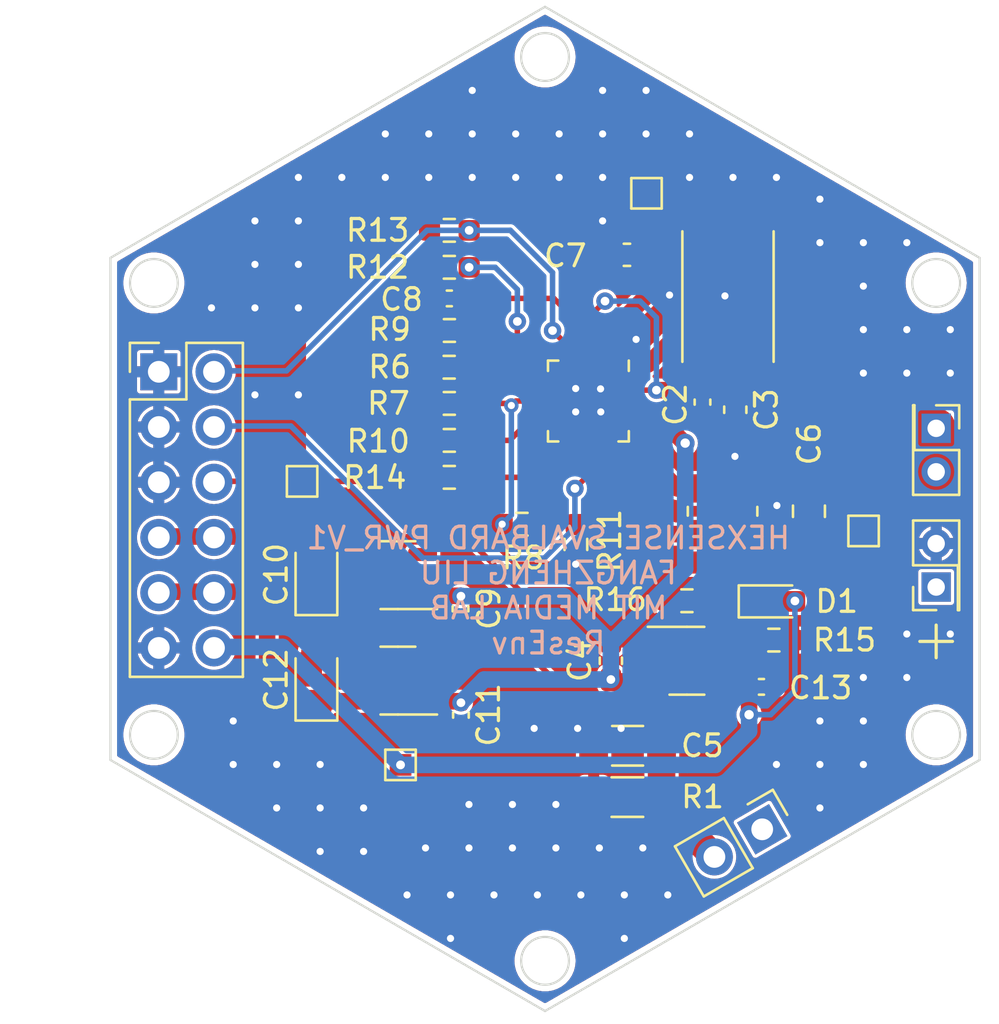
<source format=kicad_pcb>
(kicad_pcb (version 20221018) (generator pcbnew)
  (layers (0 "F.Cu" signal) (31 "B.Cu" signal) (34 "B.Paste" user) (35 "F.Paste" user) (36 "B.SilkS" user "B.Silkscreen") (37 "F.SilkS" user "F.Silkscreen") (38 "B.Mask" user) (39 "F.Mask" user) (44 "Edge.Cuts" user))
  (net 0 "")
  (net 1 "/BATTERY")
  (net 3 "GND")
  (net 4 "/VBAT")
  (net 5 "Net-(U2-VOC_SAMP)")
  (net 6 "/SC")
  (net 7 "+3V3")
  (net 8 "+1V8")
  (net 9 "+5V")
  (net 10 "Net-(U2-VOUT)")
  (net 11 "/~{EN}")
  (net 12 "/VBAT_OK")
  (net 13 "Net-(U2-VREF_SAMP)")
  (net 14 "Net-(D1-K)")
  (net 15 "Net-(U2-LBUCK)")
  (net 16 "Net-(U2-LBOOST)")
  (net 17 "/VOUT_EN")
  (net 18 "Net-(U2-VRDIV)")
  (net 19 "Net-(U2-VBAT_OV)")
  (net 20 "Net-(U2-OK_HYST)")
  (net 21 "Net-(U2-VOUT_SET)")
  (net 22 "Net-(U2-OK_PROG)")
  (net 23 "Net-(U4-PROG)")
  (net 24 "Net-(U4-STAT)")
  (footprint "Resistor_SMD:R_0603_1608Metric_Pad0.98x0.95mm_HandSolder" (layer "F.Cu") (at 157.53 101.44 180)
    (fp_text reference "R15" (at -3.25 0) (layer "F.SilkS"))
    (fp_text value "10k")
    (pad "1" smd roundrect (at -0.9125 0 180) (size 0.975 0.95) (layers "F.Cu" "F.Paste" "F.Mask") (net 3 "GND"))
    (pad "2" smd roundrect (at 0.9125 0 180) (size 0.975 0.95) (layers "F.Cu" "F.Paste" "F.Mask") (net 23 "Net-(U4-PROG)"))
  )
  (footprint "Capacitor_SMD:C_0603_1608Metric_Pad1.08x0.95mm_HandSolder" (layer "F.Cu") (at 150.03 102.39 90)
    (fp_text reference "C4" (at 0 -1.43 90) (layer "F.SilkS"))
    (fp_text value "4.7uF")
    (pad "1" smd roundrect (at -0.8625 0 90) (size 1.075 0.95) (layers "F.Cu" "F.Paste" "F.Mask") (net 4 "/VBAT"))
    (pad "2" smd roundrect (at 0.8625 0 90) (size 1.075 0.95) (layers "F.Cu" "F.Paste" "F.Mask") (net 3 "GND"))
  )
  (footprint "Package_TO_SOT_SMD:SOT-23-5" (layer "F.Cu") (at 140.23 98.4525 180)
    (fp_text reference "U1" hide)
    (fp_text value "AP2112K-3.3")
    (pad "1" smd roundrect (at -1.1375 -0.95 180) (size 1.325 0.6) (layers "F.Cu" "F.Paste" "F.Mask") (net 4 "/VBAT"))
    (pad "2" smd roundrect (at -1.1375 0 180) (size 1.325 0.6) (layers "F.Cu" "F.Paste" "F.Mask") (net 3 "GND"))
    (pad "3" smd roundrect (at -1.1375 0.95 180) (size 1.325 0.6) (layers "F.Cu" "F.Paste" "F.Mask") (net 4 "/VBAT"))
    (pad "4" smd roundrect (at 1.1375 0.95 180) (size 1.325 0.6) (layers "F.Cu" "F.Paste" "F.Mask"))
    (pad "5" smd roundrect (at 1.1375 -0.95 180) (size 1.325 0.6) (layers "F.Cu" "F.Paste" "F.Mask") (net 7 "+3V3"))
  )
  (footprint "Capacitor_SMD:C_0402_1005Metric_Pad0.74x0.62mm_HandSolder" (layer "F.Cu") (at 156.96 103.59)
    (fp_text reference "C13" (at 2.72 0.05) (layer "F.SilkS"))
    (fp_text value "0.1uF")
    (pad "1" smd roundrect (at -0.5675 0) (size 0.735 0.62) (layers "F.Cu" "F.Paste" "F.Mask") (net 9 "+5V"))
    (pad "2" smd roundrect (at 0.5675 0) (size 0.735 0.62) (layers "F.Cu" "F.Paste" "F.Mask") (net 3 "GND"))
  )
  (footprint "TestPoint:TestPoint_Pad_1.0x1.0mm" (layer "F.Cu") (at 135.82 94.14)
    (fp_text reference "TP1" hide)
    (fp_text value "TestPoint_Alt")
    (pad "1" smd rect (at 0 0) (size 1 1) (layers "F.Cu" "F.Mask") (net 4 "/VBAT"))
  )
  (footprint "Resistor_SMD:R_0603_1608Metric_Pad0.98x0.95mm_HandSolder" (layer "F.Cu") (at 142.59572 82.59428)
    (fp_text reference "R13" (at -3.3 0) (layer "F.SilkS"))
    (fp_text value "10k")
    (pad "1" smd roundrect (at -0.9125 0) (size 0.975 0.95) (layers "F.Cu" "F.Paste" "F.Mask") (net 3 "GND"))
    (pad "2" smd roundrect (at 0.9125 0) (size 0.975 0.95) (layers "F.Cu" "F.Paste" "F.Mask") (net 11 "/~{EN}"))
  )
  (footprint "Resistor_SMD:R_0603_1608Metric_Pad0.98x0.95mm_HandSolder" (layer "F.Cu") (at 153.53 99.63 180)
    (fp_text reference "R16" (at 3.3 0.05) (layer "F.SilkS"))
    (fp_text value "100")
    (pad "1" smd roundrect (at -0.9125 0 180) (size 0.975 0.95) (layers "F.Cu" "F.Paste" "F.Mask") (net 24 "Net-(U4-STAT)"))
    (pad "2" smd roundrect (at 0.9125 0 180) (size 0.975 0.95) (layers "F.Cu" "F.Paste" "F.Mask") (net 14 "Net-(D1-K)"))
  )
  (footprint "Capacitor_SMD:C_1206_3216Metric_Pad1.33x1.80mm_HandSolder" (layer "F.Cu") (at 150.8 106.3 180)
    (fp_text reference "C5" (at -3.4375 0) (layer "F.SilkS"))
    (fp_text value "22uF")
    (pad "1" smd roundrect (at -1.5625 0 180) (size 1.325 1.8) (layers "F.Cu" "F.Paste" "F.Mask") (roundrect_rratio 0.1886792453) (net 4 "/VBAT"))
    (pad "2" smd roundrect (at 1.5625 0 180) (size 1.325 1.8) (layers "F.Cu" "F.Paste" "F.Mask") (roundrect_rratio 0.1886792453) (net 3 "GND"))
  )
  (footprint "Resistor_SMD:R_0603_1608Metric_Pad0.98x0.95mm_HandSolder" (layer "F.Cu") (at 142.59572 84.29428)
    (fp_text reference "R12" (at -3.3 0) (layer "F.SilkS"))
    (fp_text value "10k")
    (pad "1" smd roundrect (at -0.9125 0) (size 0.975 0.95) (layers "F.Cu" "F.Paste" "F.Mask") (net 3 "GND"))
    (pad "2" smd roundrect (at 0.9125 0) (size 0.975 0.95) (layers "F.Cu" "F.Paste" "F.Mask") (net 17 "/VOUT_EN"))
  )
  (footprint "Inductor_SMD:L_Taiyo-Yuden_NR-40xx_HandSoldering" (layer "F.Cu") (at 155.42 85.64 -90)
    (fp_text reference "L2" hide)
    (fp_text value "22uH")
    (pad "1" smd rect (at -1.9 0 270) (size 2.2 3.9) (layers "F.Cu" "F.Paste" "F.Mask") (net 6 "/SC"))
    (pad "2" smd rect (at 1.9 0 270) (size 2.2 3.9) (layers "F.Cu" "F.Paste" "F.Mask") (net 16 "Net-(U2-LBOOST)"))
  )
  (footprint "Resistor_SMD:R_0603_1608Metric_Pad0.98x0.95mm_HandSolder" (layer "F.Cu") (at 148.42 97.04 90)
    (fp_text reference "R11" (at 0.17 1.56 90) (layer "F.SilkS"))
    (fp_text value "4.75M")
    (pad "1" smd roundrect (at -0.9125 0 90) (size 0.975 0.95) (layers "F.Cu" "F.Paste" "F.Mask") (net 3 "GND"))
    (pad "2" smd roundrect (at 0.9125 0 90) (size 0.975 0.95) (layers "F.Cu" "F.Paste" "F.Mask") (net 21 "Net-(U2-VOUT_SET)"))
  )
  (footprint "Resistor_SMD:R_1206_3216Metric_Pad1.30x1.75mm_HandSolder" (layer "F.Cu") (at 150.79 108.66)
    (fp_text reference "R1" (at 3.46 -0.01) (layer "F.SilkS"))
    (fp_text value "1M")
    (pad "1" smd roundrect (at -1.55 0) (size 1.3 1.75) (layers "F.Cu" "F.Paste" "F.Mask") (roundrect_rratio 0.192308) (net 3 "GND"))
    (pad "2" smd roundrect (at 1.55 0) (size 1.3 1.75) (layers "F.Cu" "F.Paste" "F.Mask") (roundrect_rratio 0.192308) (net 4 "/VBAT"))
  )
  (footprint "Capacitor_SMD:C_0402_1005Metric_Pad0.74x0.62mm_HandSolder" (layer "F.Cu") (at 143.13 104.89 -90)
    (fp_text reference "C11" (at -0.01 -1.27 90) (layer "F.SilkS"))
    (fp_text value "0.1uF")
    (pad "1" smd roundrect (at -0.5675 0 270) (size 0.735 0.62) (layers "F.Cu" "F.Paste" "F.Mask") (net 4 "/VBAT"))
    (pad "2" smd roundrect (at 0.5675 0 270) (size 0.735 0.62) (layers "F.Cu" "F.Paste" "F.Mask") (net 3 "GND"))
  )
  (footprint "Package_DFN_QFN:QFN-20-1EP_3.5x3.5mm_P0.5mm_EP2x2mm" (layer "F.Cu") (at 148.99572 90.44428 -90)
    (fp_text reference "U2" hide)
    (fp_text value "BQ25570")
    (pad "1" smd roundrect (at -1.6875 -1 270) (size 0.875 0.25) (layers "F.Cu" "F.Paste" "F.Mask") (net 3 "GND"))
    (pad "2" smd roundrect (at -1.6875 -0.5 270) (size 0.875 0.25) (layers "F.Cu" "F.Paste" "F.Mask") (net 6 "/SC"))
    (pad "3" smd roundrect (at -1.6875 0 270) (size 0.875 0.25) (layers "F.Cu" "F.Paste" "F.Mask") (net 5 "Net-(U2-VOC_SAMP)"))
    (pad "4" smd roundrect (at -1.6875 0.5 270) (size 0.875 0.25) (layers "F.Cu" "F.Paste" "F.Mask") (net 13 "Net-(U2-VREF_SAMP)"))
    (pad "5" smd roundrect (at -1.6875 1 270) (size 0.875 0.25) (layers "F.Cu" "F.Paste" "F.Mask") (net 11 "/~{EN}"))
    (pad "6" smd roundrect (at -1 1.6875 270) (size 0.25 0.875) (layers "F.Cu" "F.Paste" "F.Mask") (net 17 "/VOUT_EN"))
    (pad "7" smd roundrect (at -0.5 1.6875 270) (size 0.25 0.875) (layers "F.Cu" "F.Paste" "F.Mask") (net 19 "Net-(U2-VBAT_OV)"))
    (pad "8" smd roundrect (at 0 1.6875 270) (size 0.25 0.875) (layers "F.Cu" "F.Paste" "F.Mask") (net 18 "Net-(U2-VRDIV)"))
    (pad "9" smd roundrect (at 0.5 1.6875 270) (size 0.25 0.875) (layers "F.Cu" "F.Paste" "F.Mask") (net 3 "GND"))
    (pad "10" smd roundrect (at 1 1.6875 270) (size 0.25 0.875) (layers "F.Cu" "F.Paste" "F.Mask") (net 20 "Net-(U2-OK_HYST)"))
    (pad "11" smd roundrect (at 1.6875 1 270) (size 0.875 0.25) (layers "F.Cu" "F.Paste" "F.Mask") (net 22 "Net-(U2-OK_PROG)"))
    (pad "12" smd roundrect (at 1.6875 0.5 270) (size 0.875 0.25) (layers "F.Cu" "F.Paste" "F.Mask") (net 21 "Net-(U2-VOUT_SET)"))
    (pad "13" smd roundrect (at 1.6875 0 270) (size 0.875 0.25) (layers "F.Cu" "F.Paste" "F.Mask") (net 12 "/VBAT_OK"))
    (pad "14" smd roundrect (at 1.6875 -0.5 270) (size 0.875 0.25) (layers "F.Cu" "F.Paste" "F.Mask") (net 10 "Net-(U2-VOUT)"))
    (pad "15" smd roundrect (at 1.6875 -1 270) (size 0.875 0.25) (layers "F.Cu" "F.Paste" "F.Mask") (net 3 "GND"))
    (pad "16" smd roundrect (at 1 -1.6875 270) (size 0.25 0.875) (layers "F.Cu" "F.Paste" "F.Mask") (net 15 "Net-(U2-LBUCK)"))
    (pad "17" smd roundrect (at 0.5 -1.6875 270) (size 0.25 0.875) (layers "F.Cu" "F.Paste" "F.Mask") (net 3 "GND"))
    (pad "18" smd roundrect (at 0 -1.6875 270) (size 0.25 0.875) (layers "F.Cu" "F.Paste" "F.Mask") (net 4 "/VBAT"))
    (pad "19" smd roundrect (at -0.5 -1.6875 270) (size 0.25 0.875) (layers "F.Cu" "F.Paste" "F.Mask") (net 5 "Net-(U2-VOC_SAMP)"))
    (pad "20" smd roundrect (at -1 -1.6875 270) (size 0.25 0.875) (layers "F.Cu" "F.Paste" "F.Mask") (net 16 "Net-(U2-LBOOST)"))
    (pad "21" smd rect (at 0 0 270) (size 2 2) (layers "F.Cu" "F.Mask") (net 3 "GND"))
  )
  (footprint "Capacitor_SMD:C_0603_1608Metric_Pad1.08x0.95mm_HandSolder" (layer "F.Cu") (at 155.75572 90.84428 -90)
    (fp_text reference "C3" (at 0 -1.43 -90) (layer "F.SilkS"))
    (fp_text value "4.7uF")
    (pad "1" smd roundrect (at -0.8625 0 270) (size 1.075 0.95) (layers "F.Cu" "F.Paste" "F.Mask") (net 5 "Net-(U2-VOC_SAMP)"))
    (pad "2" smd roundrect (at 0.8625 0 270) (size 1.075 0.95) (layers "F.Cu" "F.Paste" "F.Mask") (net 3 "GND"))
  )
  (footprint "Resistor_SMD:R_0603_1608Metric_Pad0.98x0.95mm_HandSolder" (layer "F.Cu") (at 142.59572 92.25428)
    (fp_text reference "R10" (at -3.27 0.04) (layer "F.SilkS"))
    (fp_text value "8.45M")
    (pad "1" smd roundrect (at -0.9125 0) (size 0.975 0.95) (layers "F.Cu" "F.Paste" "F.Mask") (net 22 "Net-(U2-OK_PROG)"))
    (pad "2" smd roundrect (at 0.9125 0) (size 0.975 0.95) (layers "F.Cu" "F.Paste" "F.Mask") (net 20 "Net-(U2-OK_HYST)"))
  )
  (footprint "LED_SMD:LED_0805_2012Metric_Pad1.15x1.40mm_HandSolder" (layer "F.Cu") (at 136.48 98.43 90)
    (fp_text reference "C10" (at 0 -1.85 90) (layer "F.SilkS"))
    (fp_text value "47uF")
    (pad "1" smd roundrect (at -1.025 0 90) (size 1.15 1.4) (layers "F.Cu" "F.Paste" "F.Mask") (roundrect_rratio 0.2173913043) (net 7 "+3V3"))
    (pad "2" smd roundrect (at 1.025 0 90) (size 1.15 1.4) (layers "F.Cu" "F.Paste" "F.Mask") (roundrect_rratio 0.2173913043) (net 3 "GND"))
  )
  (footprint "Resistor_SMD:R_0603_1608Metric_Pad0.98x0.95mm_HandSolder" (layer "F.Cu") (at 142.59572 93.95428)
    (fp_text reference "R14" (at -3.43 0.01) (layer "F.SilkS"))
    (fp_text value "4.22M")
    (pad "1" smd roundrect (at -0.9125 0) (size 0.975 0.95) (layers "F.Cu" "F.Paste" "F.Mask") (net 3 "GND"))
    (pad "2" smd roundrect (at 0.9125 0) (size 0.975 0.95) (layers "F.Cu" "F.Paste" "F.Mask") (net 22 "Net-(U2-OK_PROG)"))
  )
  (footprint "Inductor_SMD:L_Wuerth_MAPI-3015" (layer "F.Cu") (at 155.17 95.51428 -90)
    (fp_text reference "L1" hide)
    (fp_text value "4.7uH")
    (pad "1" smd rect (at -1.05 0 270) (size 1.3 3.4) (layers "F.Cu" "F.Paste" "F.Mask") (net 15 "Net-(U2-LBUCK)"))
    (pad "2" smd rect (at 1.05 0 270) (size 1.3 3.4) (layers "F.Cu" "F.Paste" "F.Mask") (net 10 "Net-(U2-VOUT)"))
  )
  (footprint "Capacitor_SMD:C_0402_1005Metric_Pad0.74x0.62mm_HandSolder" (layer "F.Cu") (at 154.24572 90.49428 -90)
    (fp_text reference "C2" (at 0.11 1.25 -90) (layer "F.SilkS"))
    (fp_text value "0.1uF")
    (pad "1" smd roundrect (at -0.5675 0 270) (size 0.735 0.62) (layers "F.Cu" "F.Paste" "F.Mask") (net 5 "Net-(U2-VOC_SAMP)"))
    (pad "2" smd roundrect (at 0.5675 0 270) (size 0.735 0.62) (layers "F.Cu" "F.Paste" "F.Mask") (net 3 "GND"))
  )
  (footprint "Connector_PinHeader_2.00mm:PinHeader_2x01_P2.00mm_Vertical" (layer "F.Cu") (at 165 91.7 -90)
    (fp_text reference "J4" hide)
    (fp_text value "Solar cell")
    (pad "1" thru_hole rect (at 0 0 270) (size 1.35 1.35) (drill 0.8) (layers "*.Cu" "*.Mask") (net 6 "/SC"))
    (pad "2" thru_hole oval (at 2 0 270) (size 1.35 1.35) (drill 0.8) (layers "*.Cu" "*.Mask") (net 6 "/SC"))
  )
  (footprint "Package_TO_SOT_SMD:SOT-23-5" (layer "F.Cu") (at 153.53 102.39)
    (fp_text reference "U4" hide)
    (fp_text value "MCP73831-2-OT")
    (pad "1" smd roundrect (at -1.1375 -0.95) (size 1.325 0.6) (layers "F.Cu" "F.Paste" "F.Mask") (net 24 "Net-(U4-STAT)"))
    (pad "2" smd roundrect (at -1.1375 0) (size 1.325 0.6) (layers "F.Cu" "F.Paste" "F.Mask") (net 3 "GND"))
    (pad "3" smd roundrect (at -1.1375 0.95) (size 1.325 0.6) (layers "F.Cu" "F.Paste" "F.Mask") (net 4 "/VBAT"))
    (pad "4" smd roundrect (at 1.1375 0.95) (size 1.325 0.6) (layers "F.Cu" "F.Paste" "F.Mask") (net 9 "+5V"))
    (pad "5" smd roundrect (at 1.1375 -0.95) (size 1.325 0.6) (layers "F.Cu" "F.Paste" "F.Mask") (net 23 "Net-(U4-PROG)"))
  )
  (footprint "LED_SMD:LED_0603_1608Metric_Pad1.05x0.95mm_HandSolder" (layer "F.Cu") (at 157.575 99.66)
    (fp_text reference "D1" (at 2.8475 0) (layer "F.SilkS"))
    (fp_text value "RED")
    (pad "1" smd roundrect (at -0.875 0) (size 1.05 0.95) (layers "F.Cu" "F.Paste" "F.Mask") (net 14 "Net-(D1-K)"))
    (pad "2" smd roundrect (at 0.875 0) (size 1.05 0.95) (layers "F.Cu" "F.Paste" "F.Mask") (net 9 "+5V"))
  )
  (footprint "Resistor_SMD:R_0603_1608Metric_Pad0.98x0.95mm_HandSolder" (layer "F.Cu") (at 142.6 87.2)
    (fp_text reference "R9" (at -2.75 -0.05) (layer "F.SilkS"))
    (fp_text value "5.62M")
    (pad "1" smd roundrect (at -0.9125 0) (size 0.975 0.95) (layers "F.Cu" "F.Paste" "F.Mask") (net 3 "GND"))
    (pad "2" smd roundrect (at 0.9125 0) (size 0.975 0.95) (layers "F.Cu" "F.Paste" "F.Mask") (net 19 "Net-(U2-VBAT_OV)"))
  )
  (footprint "Capacitor_SMD:C_0402_1005Metric_Pad0.74x0.62mm_HandSolder" (layer "F.Cu") (at 143.11 100 -90)
    (fp_text reference "C9" (at -0.01 -1.31 90) (layer "F.SilkS"))
    (fp_text value "0.1uF")
    (pad "1" smd roundrect (at -0.5675 0 270) (size 0.735 0.62) (layers "F.Cu" "F.Paste" "F.Mask") (net 4 "/VBAT"))
    (pad "2" smd roundrect (at 0.5675 0 270) (size 0.735 0.62) (layers "F.Cu" "F.Paste" "F.Mask") (net 3 "GND"))
  )
  (footprint "TestPoint:TestPoint_Pad_1.0x1.0mm" (layer "F.Cu") (at 151.67 80.89)
    (fp_text reference "TP3" hide)
    (fp_text value "TestPoint_Alt")
    (pad "1" smd rect (at 0 0) (size 1 1) (layers "F.Cu" "F.Mask") (net 6 "/SC"))
  )
  (footprint "Capacitor_SMD:C_0805_2012Metric_Pad1.18x1.45mm_HandSolder" (layer "F.Cu") (at 159.14572 95.51428 90)
    (fp_text reference "C6" (at 3.09428 0.01428 90) (layer "F.SilkS"))
    (fp_text value "22uF")
    (pad "1" smd roundrect (at -1.0375 0 90) (size 1.175 1.45) (layers "F.Cu" "F.Paste" "F.Mask") (roundrect_rratio 0.2127659574) (net 10 "Net-(U2-VOUT)"))
    (pad "2" smd roundrect (at 1.0375 0 90) (size 1.175 1.45) (layers "F.Cu" "F.Paste" "F.Mask") (roundrect_rratio 0.2127659574) (net 3 "GND"))
  )
  (footprint "LED_SMD:LED_0805_2012Metric_Pad1.15x1.40mm_HandSolder" (layer "F.Cu") (at 136.48 103.28 90)
    (fp_text reference "C12" (at 0.01 -1.85 90) (layer "F.SilkS"))
    (fp_text value "47uF")
    (pad "1" smd roundrect (at -1.025 0 90) (size 1.15 1.4) (layers "F.Cu" "F.Paste" "F.Mask") (roundrect_rratio 0.2173913043) (net 8 "+1V8"))
    (pad "2" smd roundrect (at 1.025 0 90) (size 1.15 1.4) (layers "F.Cu" "F.Paste" "F.Mask") (roundrect_rratio 0.2173913043) (net 3 "GND"))
  )
  (footprint "TestPoint:TestPoint_Pad_1.0x1.0mm" (layer "F.Cu") (at 140.35 107.18)
    (fp_text reference "TP4" hide)
    (fp_text value "TestPoint_Alt")
    (pad "1" smd rect (at 0 0) (size 1 1) (layers "F.Cu" "F.Mask") (net 9 "+5V"))
  )
  (footprint "Connector_PinHeader_2.00mm:PinHeader_2x01_P2.00mm_Vertical" (layer "F.Cu") (at 165 99 90)
    (fp_text reference "J3" hide)
    (fp_text value "Battery")
    (pad "1" thru_hole rect (at 0 0 90) (size 1.35 1.35) (drill 0.8) (layers "*.Cu" "*.Mask") (net 1 "/BATTERY"))
    (pad "2" thru_hole oval (at 2 0 90) (size 1.35 1.35) (drill 0.8) (layers "*.Cu" "*.Mask") (net 3 "GND"))
  )
  (footprint "Connector_PinHeader_2.54mm:PinHeader_1x02_P2.54mm_Vertical" (layer "F.Cu") (at 156.994182 110.1425 -60)
    (fp_text reference "J1" hide)
    (fp_text value "Switch conn")
    (pad "1" thru_hole rect (at 0 0 300) (size 1.7 1.7) (drill 1) (layers "*.Cu" "*.Mask"))
    (pad "2" thru_hole oval (at 0 2.54 300) (size 1.7 1.7) (drill 1) (layers "*.Cu" "*.Mask") (net 4 "/VBAT"))
  )
  (footprint "Resistor_SMD:R_0603_1608Metric_Pad0.98x0.95mm_HandSolder" (layer "F.Cu") (at 142.59 88.89 180)
    (fp_text reference "R6" (at 2.74 0.01) (layer "F.SilkS"))
    (fp_text value "7.32M")
    (pad "1" smd roundrect (at -0.9125 0 180) (size 0.975 0.95) (layers "F.Cu" "F.Paste" "F.Mask") (net 19 "Net-(U2-VBAT_OV)"))
    (pad "2" smd roundrect (at 0.9125 0 180) (size 0.975 0.95) (layers "F.Cu" "F.Paste" "F.Mask") (net 18 "Net-(U2-VRDIV)"))
  )
  (footprint "Capacitor_SMD:C_0402_1005Metric_Pad0.74x0.62mm_HandSolder" (layer "F.Cu") (at 142.59572 85.72428 180)
    (fp_text reference "C8" (at 2.2 -0.05) (layer "F.SilkS"))
    (fp_text value "0.01uF")
    (pad "1" smd roundrect (at -0.5675 0 180) (size 0.735 0.62) (layers "F.Cu" "F.Paste" "F.Mask") (net 13 "Net-(U2-VREF_SAMP)"))
    (pad "2" smd roundrect (at 0.5675 0 180) (size 0.735 0.62) (layers "F.Cu" "F.Paste" "F.Mask") (net 3 "GND"))
  )
  (footprint "Capacitor_SMD:C_0603_1608Metric_Pad1.08x0.95mm_HandSolder" (layer "F.Cu") (at 150.77 83.72 180)
    (fp_text reference "C7" (at 2.83572 -0.04572) (layer "F.SilkS"))
    (fp_text value "10uF")
    (pad "1" smd roundrect (at -0.8625 0 180) (size 1.075 0.95) (layers "F.Cu" "F.Paste" "F.Mask") (net 6 "/SC"))
    (pad "2" smd roundrect (at 0.8625 0 180) (size 1.075 0.95) (layers "F.Cu" "F.Paste" "F.Mask") (net 3 "GND"))
  )
  (footprint "Resistor_SMD:R_0603_1608Metric_Pad0.98x0.95mm_HandSolder" (layer "F.Cu") (at 142.59572 90.55428)
    (fp_text reference "R7" (at -2.8 0) (layer "F.SilkS"))
    (fp_text value "330K")
    (pad "1" smd roundrect (at -0.9125 0) (size 0.975 0.95) (layers "F.Cu" "F.Paste" "F.Mask") (net 20 "Net-(U2-OK_HYST)"))
    (pad "2" smd roundrect (at 0.9125 0) (size 0.975 0.95) (layers "F.Cu" "F.Paste" "F.Mask") (net 18 "Net-(U2-VRDIV)"))
  )
  (footprint "TestPoint:TestPoint_Pad_1.0x1.0mm" (layer "F.Cu") (at 161.66 96.42)
    (fp_text reference "TP2" hide)
    (fp_text value "TestPoint_Alt")
    (pad "1" smd rect (at 0 0) (size 1 1) (layers "F.Cu" "F.Mask") (net 10 "Net-(U2-VOUT)"))
  )
  (footprint "Package_TO_SOT_SMD:SOT-23-5" (layer "F.Cu") (at 140.23 103.3025 180)
    (fp_text reference "U3" hide)
    (fp_text value "AP2112K-1.8")
    (pad "1" smd roundrect (at -1.1375 -0.95 180) (size 1.325 0.6) (layers "F.Cu" "F.Paste" "F.Mask") (net 4 "/VBAT"))
    (pad "2" smd roundrect (at -1.1375 0 180) (size 1.325 0.6) (layers "F.Cu" "F.Paste" "F.Mask") (net 3 "GND"))
    (pad "3" smd roundrect (at -1.1375 0.95 180) (size 1.325 0.6) (layers "F.Cu" "F.Paste" "F.Mask") (net 4 "/VBAT"))
    (pad "4" smd roundrect (at 1.1375 0.95 180) (size 1.325 0.6) (layers "F.Cu" "F.Paste" "F.Mask"))
    (pad "5" smd roundrect (at 1.1375 -0.95 180) (size 1.325 0.6) (layers "F.Cu" "F.Paste" "F.Mask") (net 8 "+1V8"))
  )
  (footprint "Connector_PinHeader_2.54mm:PinHeader_2x06_P2.54mm_Vertical" (layer "F.Cu") (at 129.225 89.1)
    (fp_text reference "J2" hide)
    (fp_text value "Conn_02x06_Odd_Even")
    (pad "1" thru_hole rect (at 0 0) (size 1.7 1.7) (drill 1) (layers "*.Cu" "*.Mask") (net 3 "GND"))
    (pad "2" thru_hole oval (at 2.54 0) (size 1.7 1.7) (drill 1) (layers "*.Cu" "*.Mask") (net 11 "/~{EN}"))
    (pad "3" thru_hole oval (at 0 2.54) (size 1.7 1.7) (drill 1) (layers "*.Cu" "*.Mask") (net 3 "GND"))
    (pad "4" thru_hole oval (at 2.54 2.54) (size 1.7 1.7) (drill 1) (layers "*.Cu" "*.Mask") (net 12 "/VBAT_OK"))
    (pad "5" thru_hole oval (at 0 5.08) (size 1.7 1.7) (drill 1) (layers "*.Cu" "*.Mask") (net 3 "GND"))
    (pad "6" thru_hole oval (at 2.54 5.08) (size 1.7 1.7) (drill 1) (layers "*.Cu" "*.Mask") (net 4 "/VBAT"))
    (pad "7" thru_hole oval (at 0 7.62) (size 1.7 1.7) (drill 1) (layers "*.Cu" "*.Mask") (net 7 "+3V3"))
    (pad "8" thru_hole oval (at 2.54 7.62) (size 1.7 1.7) (drill 1) (layers "*.Cu" "*.Mask") (net 7 "+3V3"))
    (pad "9" thru_hole oval (at 0 10.16) (size 1.7 1.7) (drill 1) (layers "*.Cu" "*.Mask") (net 8 "+1V8"))
    (pad "10" thru_hole oval (at 2.54 10.16) (size 1.7 1.7) (drill 1) (layers "*.Cu" "*.Mask") (net 8 "+1V8"))
    (pad "11" thru_hole oval (at 0 12.7) (size 1.7 1.7) (drill 1) (layers "*.Cu" "*.Mask") (net 3 "GND"))
    (pad "12" thru_hole oval (at 2.54 12.7) (size 1.7 1.7) (drill 1) (layers "*.Cu" "*.Mask") (net 9 "+5V"))
  )
  (footprint "Resistor_SMD:R_0603_1608Metric_Pad0.98x0.95mm_HandSolder" (layer "F.Cu") (at 145.94 96.11 180)
    (fp_text reference "R8" (at -0.05 -1.55) (layer "F.SilkS"))
    (fp_text value "8.25M")
    (pad "1" smd roundrect (at -0.9125 0 180) (size 0.975 0.95) (layers "F.Cu" "F.Paste" "F.Mask") (net 21 "Net-(U2-VOUT_SET)"))
    (pad "2" smd roundrect (at 0.9125 0 180) (size 0.975 0.95) (layers "F.Cu" "F.Paste" "F.Mask") (net 18 "Net-(U2-VRDIV)"))
  )
  (gr_line (start 165 100.75) (end 165 102.25) (stroke (width 0.15)) (layer "F.SilkS"))
  (gr_line (start 164.25 101.5) (end 165.75 101.5) (stroke (width 0.15)) (layer "F.SilkS"))
  (gr_line (start 127 83.858984) (end 127 106.952994) (stroke (width 0.1)) (layer "Edge.Cuts"))
  (gr_circle (center 147 74.621379) (end 148.1 74.621379) (stroke (width 0.1)) (fill none) (layer "Edge.Cuts"))
  (gr_circle (center 129 85.013684) (end 130.1 85.013684) (stroke (width 0.1)) (fill none) (layer "Edge.Cuts"))
  (gr_line (start 147 72.311978) (end 127 83.858984) (stroke (width 0.1)) (layer "Edge.Cuts"))
  (gr_circle (center 147 116.190599) (end 148.1 116.190599) (stroke (width 0.1)) (fill none) (layer "Edge.Cuts"))
  (gr_circle (center 165 105.798294) (end 166.1 105.798294) (stroke (width 0.1)) (fill none) (layer "Edge.Cuts"))
  (gr_line (start 127 106.952994) (end 147 118.5) (stroke (width 0.1)) (layer "Edge.Cuts"))
  (gr_circle (center 129 105.798294) (end 130.1 105.798294) (stroke (width 0.1)) (fill none) (layer "Edge.Cuts"))
  (gr_line (start 167 106.952994) (end 167 83.858984) (stroke (width 0.1)) (layer "Edge.Cuts"))
  (gr_line (start 167 83.858984) (end 147 72.311978) (stroke (width 0.1)) (layer "Edge.Cuts"))
  (gr_line (start 147 118.5) (end 167 106.952994) (stroke (width 0.1)) (layer "Edge.Cuts"))
  (gr_circle (center 165 85.013684) (end 166.1 85.013684) (stroke (width 0.1)) (fill none) (layer "Edge.Cuts"))
  (gr_text "HEXSENSE SVALBARD PWR_V1\nFANGZHENG LIU\nMIT MEDIA LAB\nResEnv" (at 147.15 99.16) (layer "B.SilkS") (effects (font (size 1 1)) (justify mirror)))
  (segment (start 142.02822 85.72428) (end 142.02822 84.63928) (width 0.254) (layer "F.Cu") (net 3))
  (segment (start 141.68322 93.984227) (end 145.648993 97.95) (width 0.254) (layer "F.Cu") (net 3))
  (segment (start 149.99572 91.37428) (end 149.56572 90.94428) (width 0.1524) (layer "F.Cu") (net 3))
  (segment (start 141.6875 87.1) (end 140.31 88.4775) (width 0.254) (layer "F.Cu") (net 3))
  (segment (start 140.31 88.4775) (end 140.31 92.58106) (width 0.254) (layer "F.Cu") (net 3))
  (segment (start 142.02822 84.63928) (end 141.68322 84.29428) (width 0.254) (layer "F.Cu") (net 3))
  (segment (start 149.99572 88.75678) (end 149.99572 89.44428) (width 0.1524) (layer "F.Cu") (net 3))
  (segment (start 148.49572 90.94428) (end 148.99572 90.44428) (width 0.254) (layer "F.Cu") (net 3))
  (segment (start 142.02822 86.85928) (end 141.6875 87.2) (width 0.254) (layer "F.Cu") (net 3))
  (segment (start 150.68322 90.94428) (end 149.49572 90.94428) (width 0.254) (layer "F.Cu") (net 3))
  (segment (start 145.648993 97.95) (end 148.41 97.95) (width 0.254) (layer "F.Cu") (net 3))
  (segment (start 149.99572 92.13178) (end 149.99572 91.37428) (width 0.1524) (layer "F.Cu") (net 3))
  (segment (start 141.68322 93.95428) (end 141.68322 93.984227) (width 0.254) (layer "F.Cu") (net 3))
  (segment (start 149.555 89.885) (end 148.99572 90.44428) (width 0.1524) (layer "F.Cu") (net 3))
  (segment (start 147.30822 90.94428) (end 148.49572 90.94428) (width 0.254) (layer "F.Cu") (net 3))
  (segment (start 140.31 92.58106) (end 141.68322 93.95428) (width 0.254) (layer "F.Cu") (net 3))
  (segment (start 149.99572 89.44428) (end 149.555 89.885) (width 0.1524) (layer "F.Cu") (net 3))
  (segment (start 142.02822 85.72428) (end 142.02822 86.85928) (width 0.254) (layer "F.Cu") (net 3))
  (segment (start 141.68322 84.29428) (end 141.68322 82.59428) (width 0.254) (layer "F.Cu") (net 3))
  (segment (start 149.49572 90.94428) (end 148.99572 90.44428) (width 0.254) (layer "F.Cu") (net 3))
  (via (at 133.65 90.16) (size 0.6604) (drill 0.3302) (layers "F.Cu" "B.Cu") (net 3))
  (via (at 155.74 92.99) (size 0.6604) (drill 0.3302) (layers "F.Cu" "B.Cu") (net 3))
  (via (at 148.5 105.5) (size 0.6604) (drill 0.3302) (layers "F.Cu" "B.Cu") (net 3))
  (via (at 139.65 80.16) (size 0.6604) (drill 0.3302) (layers "F.Cu" "B.Cu") (net 3))
  (via (at 159.65 107.16) (size 0.6604) (drill 0.3302) (layers "F.Cu" "B.Cu") (net 3))
  (via (at 161.65 107.16) (size 0.6604) (drill 0.3302) (layers "F.Cu" "B.Cu") (net 3))
  (via (at 151.65 76.16) (size 0.6604) (drill 0.3302) (layers "F.Cu" "B.Cu") (net 3))
  (via (at 135.65 90.16) (size 0.6604) (drill 0.3302) (layers "F.Cu" "B.Cu") (net 3))
  (via (at 136.65 109.16) (size 0.6604) (drill 0.3302) (layers "F.Cu" "B.Cu") (net 3))
  (via (at 161.65 87.16) (size 0.6604) (drill 0.3302) (layers "F.Cu" "B.Cu") (net 3))
  (via (at 141.5 111) (size 0.6604) (drill 0.3302) (layers "F.Cu" "B.Cu") (net 3))
  (via (at 142.65 113.16) (size 0.6604) (drill 0.3302) (layers "F.Cu" "B.Cu") (net 3))
  (via (at 141.65 78.16) (size 0.6604) (drill 0.3302) (layers "F.Cu" "B.Cu") (net 3))
  (via (at 137.65 80.16) (size 0.6604) (drill 0.3302) (layers "F.Cu" "B.Cu") (net 3))
  (via (at 134.65 109.16) (size 0.6604) (drill 0.3302) (layers "F.Cu" "B.Cu") (net 3))
  (via (at 165.65 101.16) (size 0.6604) (drill 0.3302) (layers "F.Cu" "B.Cu") (net 3))
  (via (at 150.5 105.5) (size 0.6604) (drill 0.3302) (layers "F.Cu" "B.Cu") (net 3))
  (via (at 153.65 78.16) (size 0.6604) (drill 0.3302) (layers "F.Cu" "B.Cu") (net 3))
  (via (at 151.65 78.16) (size 0.6604) (drill 0.3302) (layers "F.Cu" "B.Cu") (net 3))
  (via (at 148.41 89.87) (size 0.6604) (drill 0.3302) (layers "F.Cu" "B.Cu") (net 3))
  (via (at 145.5 109) (size 0.6604) (drill 0.3302) (layers "F.Cu" "B.Cu") (net 3))
  (via (at 151.5 111) (size 0.6604) (drill 0.3302) (layers "F.Cu" "B.Cu") (net 3))
  (via (at 150.65 115.16) (size 0.6604) (drill 0.3302) (layers "F.Cu" "B.Cu") (net 3))
  (via (at 133.65 82.16) (size 0.6604) (drill 0.3302) (layers "F.Cu" "B.Cu") (net 3))
  (via (at 143.5 111) (size 0.6604) (drill 0.3302) (layers "F.Cu" "B.Cu") (net 3))
  (via (at 136.65 111.16) (size 0.6604) (drill 0.3302) (layers "F.Cu" "B.Cu") (net 3))
  (via (at 146.65 113.16) (size 0.6604) (drill 0.3302) (layers "F.Cu" "B.Cu") (net 3))
  (via (at 149.65 76.16) (size 0.6604) (drill 0.3302) (layers "F.Cu" "B.Cu") (net 3))
  (via (at 147.65 80.16) (size 0.6604) (drill 0.3302) (layers "F.Cu" "B.Cu") (net 3))
  (via (at 149.65 80.16) (size 0.6604) (drill 0.3302) (layers "F.Cu" "B.Cu") (net 3))
  (via (at 145.65 80.16) (size 0.6604) (drill 0.3302) (layers "F.Cu" "B.Cu") (net 3))
  (via (at 135.65 86.16) (size 0.6604) (drill 0.3302) (layers "F.Cu" "B.Cu") (net 3))
  (via (at 163.65 83.16) (size 0.6604) (drill 0.3302) (layers "F.Cu" "B.Cu") (net 3))
  (via (at 135.65 84.16) (size 0.6604) (drill 0.3302) (layers "F.Cu" "B.Cu") (net 3))
  (via (at 151.19 87.61) (size 0.6604) (drill 0.3302) (layers "F.Cu" "B.Cu") (net 3))
  (via (at 159.65 83.16) (size 0.6604) (drill 0.3302) (layers "F.Cu" "B.Cu") (net 3))
  (via (at 143.65 80.16) (size 0.6604) (drill 0.3302) (layers "F.Cu" "B.Cu") (net 3))
  (via (at 163.65 89.16) (size 0.6604) (drill 0.3302) (layers "F.Cu" "B.Cu") (net 3))
  (via (at 159.65 81.16) (size 0.6604) (drill 0.3302) (layers "F.Cu" "B.Cu") (net 3))
  (via (at 157.65 80.16) (size 0.6604) (drill 0.3302) (layers "F.Cu" "B.Cu") (net 3))
  (via (at 157.67 95.25) (size 0.6604) (drill 0.3302) (layers "F.Cu" "B.Cu") (net 3))
  (via (at 147.65 78.16) (size 0.6604) (drill 0.3302) (layers "F.Cu" "B.Cu") (net 3))
  (via (at 161.65 89.16) (size 0.6604) (drill 0.3302) (layers "F.Cu" "B.Cu") (net 3))
  (via (at 163.65 87.16) (size 0.6604) (drill 0.3302) (layers "F.Cu" "B.Cu") (net 3))
  (via (at 155.28 85.61) (size 0.6604) (drill 0.3302) (layers "F.Cu" "B.Cu") (net 3))
  (via (at 138.65 109.16) (size 0.6604) (drill 0.3302) (layers "F.Cu" "B.Cu") (net 3))
  (via (at 148.41 90.94428) (size 0.6604) (drill 0.3302) (layers "F.Cu" "B.Cu") (net 3))
  (via (at 163.65 103.16) (size 0.6604) (drill 0.3302) (layers "F.Cu" "B.Cu") (net 3))
  (via (at 159.65 105.16) (size 0.6604) (drill 0.3302) (layers "F.Cu" "B.Cu") (net 3))
  (via (at 147.5 111) (size 0.6604) (drill 0.3302) (layers "F.Cu" "B.Cu") (net 3))
  (via (at 132.65 107.16) (size 0.6604) (drill 0.3302) (layers "F.Cu" "B.Cu") (net 3))
  (via (at 149.65 82.16) (size 0.6604) (drill 0.3302) (layers "F.Cu" "B.Cu") (net 3))
  (via (at 131.65 86.16) (size 0.6604) (drill 0.3302) (layers "F.Cu" "B.Cu") (net 3))
  (via (at 135.65 82.16) (size 0.6604) (drill 0.3302) (layers "F.Cu" "B.Cu") (net 3))
  (via (at 161.65 105.16) (size 0.6604) (drill 0.3302) (layers "F.Cu" "B.Cu") (net 3))
  (via (at 146.5 105.5) (size 0.6604) (drill 0.3302) (layers "F.Cu" "B.Cu") (net 3))
  (via (at 152.73 85.57) (size 0.6604) (drill 0.3302) (layers "F.Cu" "B.Cu") (net 3))
  (via (at 143.5 109) (size 0.6604) (drill 0.3302) (layers "F.Cu" "B.Cu") (net 3))
  (via (at 149.65 78.16) (size 0.6604) (drill 0.3302) (layers "F.Cu" "B.Cu") (net 3))
  (via (at 165.65 89.16) (size 0.6604) (drill 0.3302) (layers "F.Cu" "B.Cu") (net 3))
  (via (at 153.65 80.16) (size 0.6604) (drill 0.3302) (layers "F.Cu" "B.Cu") (net 3))
  (via (at 149.56572 90.94428) (size 0.6604) (drill 0.3302) (layers "F.Cu" "B.Cu") (net 3))
  (via (at 144.65 113.16) (size 0.6604) (drill 0.3302) (layers "F.Cu" "B.Cu") (net 3))
  (via (at 159.65 109.16) (size 0.6604) (drill 0.3302) (layers "F.Cu" "B.Cu") (net 3))
  (via (at 142.65 115.16) (size 0.6604) (drill 0.3302) (layers "F.Cu" "B.Cu") (net 3))
  (via (at 150.65 113.16) (size 0.6604) (drill 0.3302) (layers "F.Cu" "B.Cu") (net 3))
  (via (at 161.65 85.16) (size 0.6604) (drill 0.3302) (layers "F.Cu" "B.Cu") (net 3))
  (via (at 143.65 76.16) (size 0.6604) (drill 0.3302) (layers "F.Cu" "B.Cu") (net 3))
  (via (at 143.65 78.16) (size 0.6604) (drill 0.3302) (layers "F.Cu" "B.Cu") (net 3))
  (via (at 157.65 107.16) (size 0.6604) (drill 0.3302) (layers "F.Cu" "B.Cu") (net 3))
  (via (at 148.41 97.95) (size 0.6604) (drill 0.3302) (layers "F.Cu" "B.Cu") (net 3))
  (via (at 149.5 111) (size 0.6604) (drill 0.3302) (layers "F.Cu" "B.Cu") (net 3))
  (via (at 152.65 113.16) (size 0.6604) (drill 0.3302) (layers "F.Cu" "B.Cu") (net 3))
  (via (at 138.65 111.16) (size 0.6604) (drill 0.3302) (layers "F.Cu" "B.Cu") (net 3))
  (via (at 147.5 109) (size 0.6604) (drill 0.3302) (layers "F.Cu" "B.Cu") (net 3))
  (via (at 132.65 105.16) (size 0.6604) (drill 0.3302) (layers "F.Cu" "B.Cu") (net 3))
  (via (at 155.65 80.16) (size 0.6604) (drill 0.3302) (layers "F.Cu" "B.Cu") (net 3))
  (via (at 136.65 107.16) (size 0.6604) (drill 0.3302) (layers "F.Cu" "B.Cu") (net 3))
  (via (at 145.65 78.16) (size 0.6604) (drill 0.3302) (layers "F.Cu" "B.Cu") (net 3))
  (via (at 163.65 101.16) (size 0.6604) (drill 0.3302) (layers "F.Cu" "B.Cu") (net 3))
  (via (at 139.65 78.16) (size 0.6604) (drill 0.3302) (layers "F.Cu" "B.Cu") (net 3))
  (via (at 134.65 107.16) (size 0.6604) (drill 0.3302) (layers "F.Cu" "B.Cu") (net 3))
  (via (at 149.555 89.885) (size 0.6604) (drill 0.3302) (layers "F.Cu" "B.Cu") (net 3))
  (via (at 148.65 113.16) (size 0.6604) (drill 0.3302) (layers "F.Cu" "B.Cu") (net 3))
  (via (at 135.65 80.16) (size 0.6604) (drill 0.3302) (layers "F.Cu" "B.Cu") (net 3))
  (via (at 165.65 87.16) (size 0.6604) (drill 0.3302) (layers "F.Cu" "B.Cu") (net 3))
  (via (at 161.65 83.16) (size 0.6604) (drill 0.3302) (layers "F.Cu" "B.Cu") (net 3))
  (via (at 133.65 84.16) (size 0.6604) (drill 0.3302) (layers "F.Cu" "B.Cu") (net 3))
  (via (at 140.65 113.16) (size 0.6604) (drill 0.3302) (layers "F.Cu" "B.Cu") (net 3))
  (via (at 145.5 111) (size 0.6604) (drill 0.3302) (layers "F.Cu" "B.Cu") (net 3))
  (via (at 133.65 86.16) (size 0.6604) (drill 0.3302) (layers "F.Cu" "B.Cu") (net 3))
  (via (at 141.65 80.16) (size 0.6604) (drill 0.3302) (layers "F.Cu" "B.Cu") (net 3))
  (via (at 161.65 103.16) (size 0.6604) (drill 0.3302) (layers "F.Cu" "B.Cu") (net 3))
  (segment (start 135.815989 94.135989) (end 135.82 94.14) (width 0.254) (layer "F.Cu") (net 4))
  (segment (start 150.68322 90.44428) (end 151.48428 90.44428) (width 0.254) (layer "F.Cu") (net 4))
  (segment (start 140.57 96.28) (end 142.95 96.28) (width 0.254) (layer "F.Cu") (net 4))
  (segment (start 152.3925 103.34) (end 150.1175 103.34) (width 0.762) (layer "F.Cu") (net 4))
  (segment (start 141.3675 97.5025) (end 140.7875 97.5025) (width 0.1524) (layer "F.Cu") (net 4))
  (segment (start 151.48428 90.44428) (end 152.11 91.07) (width 0.254) (layer "F.Cu") (net 4))
  (segment (start 152.3625 108.65) (end 152.3625 106.3) (width 1.27) (layer "F.Cu") (net 4))
  (segment (start 152.3925 109.010523) (end 154.794477 111.4125) (width 1.27) (layer "F.Cu") (net 4))
  (segment (start 150.1175 103.34) (end 150.03 103.2525) (width 0.762) (layer "F.Cu") (net 4))
  (segment (start 145.93 101.77) (end 147.4125 103.2525) (width 0.254) (layer "F.Cu") (net 4))
  (segment (start 138.43 94.14) (end 140.57 96.28) (width 0.254) (layer "F.Cu") (net 4))
  (segment (start 143.0625 104.2525) (end 143.13 104.32) (width 0.762) (layer "F.Cu") (net 4))
  (segment (start 140.9725 99.4025) (end 141.3675 99.4025) (width 0.1524) (layer "F.Cu") (net 4))
  (segment (start 141.3675 102.3525) (end 140.9175 102.3525) (width 0.1524) (layer "F.Cu") (net 4))
  (segment (start 140.7875 97.5025) (end 140.35 97.94) (width 0.1524) (layer "F.Cu") (net 4))
  (segment (start 141.3675 99.4025) (end 143.1125 99.4025) (width 0.762) (layer "F.Cu") (net 4))
  (segment (start 140.35 98.78) (end 140.9725 99.4025) (width 0.1524) (layer "F.Cu") (net 4))
  (segment (start 141.3675 104.2525) (end 143.0625 104.2525) (width 0.762) (layer "F.Cu") (net 4))
  (segment (start 140.44 102.83) (end 140.44 103.79) (width 0.1524) (layer "F.Cu") (net 4))
  (segment (start 152.3925 103.34) (end 152.3925 106.27) (width 0.889) (layer "F.Cu") (net 4))
  (segment (start 140.9025 104.2525) (end 141.3675 104.2525) (width 0.1524) (layer "F.Cu") (net 4))
  (segment (start 131.765 94.135989) (end 135.815989 94.135989) (width 0.254) (layer "F.Cu") (net 4))
  (segment (start 152.11 91.07) (end 153.42 92.38) (width 0.762) (layer "F.Cu") (net 4))
  (segment (start 153.42 92.38) (end 153.45 92.38) (width 0.762) (layer "F.Cu") (net 4))
  (segment (start 145.93 99.26) (end 145.93 101.77) (width 0.254) (layer "F.Cu") (net 4))
  (segment (start 142.95 96.28) (end 145.93 99.26) (width 0.254) (layer "F.Cu") (net 4))
  (segment (start 140.44 103.79) (end 140.9025 104.2525) (width 0.1524) (layer "F.Cu") (net 4))
  (segment (start 140.9175 102.3525) (end 140.44 102.83) (width 0.1524) (layer "F.Cu") (net 4))
  (segment (start 152.3925 106.27) (end 152.3625 106.3) (width 0.889) (layer "F.Cu") (net 4))
  (segment (start 135.82 94.14) (end 138.43 94.14) (width 0.254) (layer "F.Cu") (net 4))
  (segment (start 140.35 97.94) (end 140.35 98.78) (width 0.1524) (layer "F.Cu") (net 4))
  (segment (start 147.4125 103.2525) (end 150.03 103.2525) (width 0.254) (layer "F.Cu") (net 4))
  (segment (start 143.1125 99.4025) (end 143.13 99.42) (width 0.762) (layer "F.Cu") (net 4))
  (via (at 153.450011 92.380003) (size 0.8636) (drill 0.4318) (layers "F.Cu" "B.Cu") (net 4))
  (via (at 150.03 103.2525) (size 0.8) (drill 0.4) (layers "F.Cu" "B.Cu") (net 4))
  (via (at 143.13 99.42) (size 0.8) (drill 0.4) (layers "F.Cu" "B.Cu") (net 4))
  (via (at 143.13 104.32) (size 0.8) (drill 0.4) (layers "F.Cu" "B.Cu") (net 4))
  (segment (start 150.03 103.2525) (end 150.03 101.58) (width 0.762) (layer "B.Cu") (net 4))
  (segment (start 153.450011 92.380003) (end 153.450011 98.160002) (width 0.762) (layer "B.Cu") (net 4))
  (segment (start 144.1975 103.2525) (end 143.13 104.32) (width 0.762) (layer "B.Cu") (net 4))
  (segment (start 147.87 99.42) (end 143.13 99.42) (width 0.762) (layer "B.Cu") (net 4))
  (segment (start 150.03 101.58) (end 153.45 98.16) (width 0.762) (layer "B.Cu") (net 4))
  (segment (start 150.03 101.58) (end 147.87 99.42) (width 0.762) (layer "B.Cu") (net 4))
  (segment (start 150.03 103.2525) (end 144.1975 103.2525) (width 0.762) (layer "B.Cu") (net 4))
  (segment (start 150.68322 89.94428) (end 152.12572 89.94428) (width 0.254) (layer "F.Cu") (net 5))
  (segment (start 155.70072 89.92678) (end 155.75572 89.98178) (width 0.762) (layer "F.Cu") (net 5))
  (segment (start 154.24572 89.92678) (end 155.70072 89.92678) (width 0.762) (layer "F.Cu") (net 5))
  (segment (start 152.12572 89.94428) (end 154.17822 89.94428) (width 0.762) (layer "F.Cu") (net 5))
  (segment (start 148.99572 88.75678) (end 148.99572 86.61428) (width 0.254) (layer "F.Cu") (net 5))
  (segment (start 148.99572 86.61428) (end 149.76 85.85) (width 0.254) (layer "F.Cu") (net 5))
  (via (at 152.12572 89.94428) (size 0.8) (drill 0.4) (layers "F.Cu" "B.Cu") (net 5))
  (via (at 149.76 85.85) (size 0.8) (drill 0.4) (layers "F.Cu" "B.Cu") (net 5))
  (segment (start 149.76 85.85) (end 151.37 85.85) (width 0.254) (layer "B.Cu") (net 5))
  (segment (start 151.37 85.85) (end 152.12572 86.60572) (width 0.254) (layer "B.Cu") (net 5))
  (segment (start 152.12572 86.60572) (end 152.12572 89.94428) (width 0.254) (layer "B.Cu") (net 5))
  (segment (start 158.95 89.56) (end 161.05 91.66) (width 1.778) (layer "F.Cu") (net 6))
  (segment (start 151.63 85.66) (end 150.095 87.195) (width 0.762) (layer "F.Cu") (net 6))
  (segment (start 157.2 83.74) (end 158.95 85.49) (width 1.778) (layer "F.Cu") (net 6))
  (segment (start 155.42 83.74) (end 157.2 83.74) (width 1.778) (layer "F.Cu") (net 6))
  (segment (start 158.95 85.49) (end 158.95 89.56) (width 1.778) (layer "F.Cu") (net 6))
  (segment (start 161.05 91.66) (end 165 91.66) (width 1.778) (layer "F.Cu") (net 6))
  (segment (start 151.67 83.6825) (end 151.6325 83.72) (width 0.254) (layer "F.Cu") (net 6))
  (segment (start 165 91.699994) (end 165 93.69999) (width 1.778) (layer "F.Cu") (net 6))
  (segment (start 151.67 80.89) (end 151.67 83.6825) (width 0.254) (layer "F.Cu") (net 6))
  (segment (start 155.42 83.74) (end 151.6525 83.74) (width 1.524) (layer "F.Cu") (net 6))
  (segment (start 151.6325 83.72) (end 151.63 83.7225) (width 0.762) (layer "F.Cu") (net 6))
  (segment (start 151.63 83.7225) (end 151.63 85.66) (width 0.762) (layer "F.Cu") (net 6))
  (segment (start 149.49572 88.75678) (end 149.49572 87.79428) (width 0.254) (layer "F.Cu") (net 6))
  (segment (start 149.49572 87.79428) (end 150.095 87.195) (width 0.254) (layer "F.Cu") (net 6))
  (segment (start 129.225 96.675989) (end 131.765 96.675989) (width 0.762) (layer "F.Cu") (net 7))
  (segment (start 133.700989 96.675989) (end 136.48 99.455) (width 0.762) (layer "F.Cu") (net 7))
  (segment (start 131.765 96.675989) (end 133.700989 96.675989) (width 0.762) (layer "F.Cu") (net 7))
  (segment (start 139.0925 99.4025) (end 136.5325 99.4025) (width 0.762) (layer "F.Cu") (net 7))
  (segment (start 136.5325 99.4025) (end 136.48 99.455) (width 0.762) (layer "F.Cu") (net 7))
  (segment (start 133.275989 99.215989) (end 134.21 100.15) (width 0.762) (layer "F.Cu") (net 8))
  (segment (start 134.21 103.2) (end 135.315 104.305) (width 0.762) (layer "F.Cu") (net 8))
  (segment (start 136.5325 104.2525) (end 136.48 104.305) (width 0.762) (layer "F.Cu") (net 8))
  (segment (start 139.0925 104.2525) (end 136.5325 104.2525) (width 0.762) (layer "F.Cu") (net 8))
  (segment (start 135.315 104.305) (end 136.48 104.305) (width 0.762) (layer "F.Cu") (net 8))
  (segment (start 129.225 99.215989) (end 131.765 99.215989) (width 0.762) (layer "F.Cu") (net 8))
  (segment (start 131.765 99.215989) (end 133.275989 99.215989) (width 0.762) (layer "F.Cu") (net 8))
  (segment (start 134.21 100.15) (end 134.21 103.2) (width 0.762) (layer "F.Cu") (net 8))
  (segment (start 156.39 103.5925) (end 156.3925 103.59) (width 0.762) (layer "F.Cu") (net 9))
  (segment (start 156.1425 103.34) (end 156.3925 103.59) (width 0.762) (layer "F.Cu") (net 9))
  (segment (start 154.6675 103.34) (end 156.1425 103.34) (width 0.762) (layer "F.Cu") (net 9))
  (segment (start 156.39 104.87) (end 156.39 103.5925) (width 0.762) (layer "F.Cu") (net 9))
  (via (at 158.5 99.64) (size 0.8) (drill 0.4) (layers "F.Cu" "B.Cu") (net 9))
  (via (at 156.39001 104.869996) (size 0.8636) (drill 0.4318) (layers "F.Cu" "B.Cu") (net 9))
  (via (at 140.350011 107.179999) (size 0.762) (drill 0.4064) (layers "F.Cu" "B.Cu") (net 9))
  (segment (start 134.925989 101.755989) (end 140.35 107.18) (width 0.762) (layer "B.Cu") (net 9))
  (segment (start 153.56 107.18) (end 154.84 107.18) (width 0.762) (layer "B.Cu") (net 9))
  (segment (start 153.56 107.18) (end 140.35 107.18) (width 0.762) (layer "B.Cu") (net 9))
  (segment (start 158.5 103.75) (end 157.38 104.87) (width 0.254) (layer "B.Cu") (net 9))
  (segment (start 131.765 101.755989) (end 134.925989 101.755989) (width 0.762) (layer "B.Cu") (net 9))
  (segment (start 154.84 107.18) (end 156.39 105.63) (width 0.762) (layer "B.Cu") (net 9))
  (segment (start 157.38 104.87) (end 156.39 104.87) (width 0.254) (layer "B.Cu") (net 9))
  (segment (start 158.5 99.64) (end 158.5 103.75) (width 0.254) (layer "B.Cu") (net 9))
  (segment (start 156.39 105.63) (end 156.39 104.87) (width 0.762) (layer "B.Cu") (net 9))
  (segment (start 159.13322 96.56428) (end 159.14572 96.55178) (width 0.762) (layer "F.Cu") (net 10))
  (segment (start 149.49572 92.13178) (end 149.49572 93.32572) (width 0.254) (layer "F.Cu") (net 10))
  (segment (start 161.66 96.42) (end 159.2775 96.42) (width 0.254) (layer "F.Cu") (net 10))
  (segment (start 152.73428 96.56428) (end 150.13 93.96) (width 0.762) (layer "F.Cu") (net 10))
  (segment (start 155.17 96.56428) (end 159.13322 96.56428) (width 0.762) (layer "F.Cu") (net 10))
  (segment (start 149.49572 93.32572) (end 150.13 93.96) (width 0.254) (layer "F.Cu") (net 10))
  (segment (start 159.2775 96.42) (end 159.14572 96.55178) (width 0.254) (layer "F.Cu") (net 10))
  (segment (start 155.17 96.56428) (end 152.73428 96.56428) (width 0.762) (layer "F.Cu") (net 10))
  (segment (start 147.99572 87.85428) (end 147.34572 87.20428) (width 0.254) (layer "F.Cu") (net 11))
  (segment (start 147.99572 88.75678) (end 147.99572 87.85428) (width 0.254) (layer "F.Cu") (net 11))
  (via (at 147.34572 87.20428) (size 0.8) (drill 0.4) (layers "F.Cu" "B.Cu") (net 11))
  (via (at 143.50822 82.59428) (size 0.8) (drill 0.4) (layers "F.Cu" "B.Cu") (net 11))
  (segment (start 143.50822 82.59428) (end 141.56572 82.59428) (width 0.254) (layer "B.Cu") (net 11))
  (segment (start 147.34572 84.53428) (end 145.40572 82.59428) (width 0.254) (layer "B.Cu") (net 11))
  (segment (start 141.56572 82.59428) (end 135.104011 89.055989) (width 0.254) (layer "B.Cu") (net 11))
  (segment (start 131.765 89.055989) (end 135.104011 89.055989) (width 0.254) (layer "B.Cu") (net 11))
  (segment (start 147.34572 87.20428) (end 147.34572 84.53428) (width 0.254) (layer "B.Cu") (net 11))
  (segment (start 145.40572 82.59428) (end 143.50822 82.59428) (width 0.254) (layer "B.Cu") (net 11))
  (segment (start 148.99572 93.84428) (end 148.37572 94.46428) (width 0.254) (layer "F.Cu") (net 12))
  (segment (start 148.99572 92.13178) (end 148.99572 93.84428) (width 0.254) (layer "F.Cu") (net 12))
  (via (at 148.37572 94.46428) (size 0.8) (drill 0.4) (layers "F.Cu" "B.Cu") (net 12))
  (segment (start 148.37572 96.26428) (end 146.97 97.67) (width 0.254) (layer "B.Cu") (net 12))
  (segment (start 146.97 97.67) (end 144.19 97.67) (width 0.254) (layer "B.Cu") (net 12))
  (segment (start 135.305989 91.595989) (end 135.97 92.26) (width 0.254) (layer "B.Cu") (net 12))
  (segment (start 148.37572 94.46428) (end 148.37572 96.26428) (width 0.254) (layer "B.Cu") (net 12))
  (segment (start 144.19 97.67) (end 141.38 97.67) (width 0.254) (layer "B.Cu") (net 12))
  (segment (start 135.97 92.26) (end 141.38 97.67) (width 0.254) (layer "B.Cu") (net 12))
  (segment (start 131.765 91.595989) (end 135.305989 91.595989) (width 0.254) (layer "B.Cu") (net 12))
  (segment (start 147.40572 85.72428) (end 143.16322 85.72428) (width 0.254) (layer "F.Cu") (net 13))
  (segment (start 148.49572 86.81428) (end 147.40572 85.72428) (width 0.254) (layer "F.Cu") (net 13))
  (segment (start 148.49572 88.75678) (end 148.49572 86.81428) (width 0.254) (layer "F.Cu") (net 13))
  (segment (start 153.5875 98.66) (end 155.7 98.66) (width 0.254) (layer "F.Cu") (net 14))
  (segment (start 155.7 98.66) (end 156.7 99.66) (width 0.254) (layer "F.Cu") (net 14))
  (segment (start 152.6175 99.63) (end 153.5875 98.66) (width 0.254) (layer "F.Cu") (net 14))
  (segment (start 153.10428 94.46428) (end 151.295 92.655) (width 0.762) (layer "F.Cu") (net 15))
  (segment (start 155.17 94.46428) (end 153.10428 94.46428) (width 0.762) (layer "F.Cu") (net 15))
  (segment (start 150.68322 92.04322) (end 151.295 92.655) (width 0.254) (layer "F.Cu") (net 15))
  (segment (start 150.68322 91.44428) (end 150.68322 92.04322) (width 0.254) (layer "F.Cu") (net 15))
  (segment (start 155.42 87.54) (end 152.96 87.54) (width 0.762) (layer "F.Cu") (net 16))
  (segment (start 150.68322 89.44428) (end 151.02572 89.44428) (width 0.254) (layer "F.Cu") (net 16))
  (segment (start 151.05572 89.44428) (end 151.62072 88.87928) (width 0.254) (layer "F.Cu") (net 16))
  (segment (start 152.96 87.54) (end 151.73572 88.76428) (width 0.762) (layer "F.Cu") (net 16))
  (segment (start 151.02572 89.44428) (end 151.05572 89.44428) (width 0.254) (layer "F.Cu") (net 16))
  (segment (start 151.62072 88.87928) (end 151.73572 88.76428) (width 0.254) (layer "F.Cu") (net 16))
  (segment (start 147.30822 89.44428) (end 146.51572 89.44428) (width 0.254) (layer "F.Cu") (net 17))
  (segment (start 146.32572 89.25428) (end 145.72572 88.65428) (width 0.254) (layer "F.Cu") (net 17))
  (segment (start 146.51572 89.44428) (end 146.32572 89.25428) (width 0.254) (layer "F.Cu") (net 17))
  (segment (start 145.72572 88.65428) (end 145.72572 86.78428) (width 0.254) (layer "F.Cu") (net 17))
  (via (at 145.72572 86.78428) (size 0.8) (drill 0.4) (layers "F.Cu" "B.Cu") (net 17))
  (via (at 143.50822 84.29428) (size 0.8) (drill 0.4) (layers "F.Cu" "B.Cu") (net 17))
  (segment (start 145.72572 85.31428) (end 144.70572 84.29428) (width 0.254) (layer "B.Cu") (net 17))
  (segment (start 144.70572 84.29428) (end 143.50822 84.29428) (width 0.254) (layer "B.Cu") (net 17))
  (segment (start 145.72572 86.78428) (end 145.72572 85.31428) (width 0.254) (layer "B.Cu") (net 17))
  (segment (start 141.6775 88.89) (end 141.84394 88.89) (width 0.254) (layer "F.Cu") (net 18))
  (segment (start 141.84394 88.89) (end 143.50822 90.55428) (width 0.254) (layer "F.Cu") (net 18))
  (segment (start 147.30822 90.44428) (end 145.65572 90.44428) (width 0.254) (layer "F.Cu") (net 18))
  (segment (start 145.65572 90.44428) (end 145.45 90.65) (width 0.254) (layer "F.Cu") (net 18))
  (segment (start 145.35428 90.55428) (end 145.45 90.65) (width 0.254) (layer "F.Cu") (net 18))
  (segment (start 143.50822 90.55428) (end 145.35428 90.55428) (width 0.254) (layer "F.Cu") (net 18))
  (via (at 145.0275 96.11) (size 0.6604) (drill 0.3302) (layers "F.Cu" "B.Cu") (net 18))
  (via (at 145.45 90.65) (size 0.6604) (drill 0.3302) (layers "F.Cu" "B.Cu") (net 18))
  (segment (start 145.45 90.65) (end 145.45 95.6875) (width 0.254) (layer "B.Cu") (net 18))
  (segment (start 145.45 95.6875) (end 145.0275 96.11) (width 0.254) (layer "B.Cu") (net 18))
  (segment (start 144.55678 89.94428) (end 143.5025 88.89) (width 0.254) (layer "F.Cu") (net 19))
  (segment (start 147.30822 89.94428) (end 144.55678 89.94428) (width 0.254) (layer "F.Cu") (net 19))
  (segment (start 143.5125 87.2) (end 143.5125 88.88) (width 0.254) (layer "F.Cu") (net 19))
  (segment (start 143.5125 88.88) (end 143.5025 88.89) (width 0.254) (layer "F.Cu") (net 19))
  (segment (start 146.18572 91.44428) (end 145.37572 92.25428) (width 0.254) (layer "F.Cu") (net 20))
  (segment (start 141.68322 90.55428) (end 141.80822 90.55428) (width 0.254) (layer "F.Cu") (net 20))
  (segment (start 141.80822 90.55428) (end 143.50822 92.25428) (width 0.254) (layer "F.Cu") (net 20))
  (segment (start 147.30822 91.44428) (end 146.18572 91.44428) (width 0.254) (layer "F.Cu") (net 20))
  (segment (start 145.37572 92.25428) (end 143.50822 92.25428) (width 0.254) (layer "F.Cu") (net 20))
  (segment (start 148.49572 93.21428) (end 146.8525 94.8575) (width 0.254) (layer "F.Cu") (net 21))
  (segment (start 148.4025 96.11) (end 148.42 96.1275) (width 0.254) (layer "F.Cu") (net 21))
  (segment (start 146.8525 96.11) (end 148.4025 96.11) (width 0.254) (layer "F.Cu") (net 21))
  (segment (start 148.49572 92.13178) (end 148.49572 93.21428) (width 0.254) (layer "F.Cu") (net 21))
  (segment (start 146.8525 94.8575) (end 146.8525 96.11) (width 0.254) (layer "F.Cu") (net 21))
  (segment (start 147.03572 93.95428) (end 147.99572 92.99428) (width 0.254) (layer "F.Cu") (net 22))
  (segment (start 141.68322 92.25428) (end 141.80822 92.25428) (width 0.254) (layer "F.Cu") (net 22))
  (segment (start 141.80822 92.25428) (end 143.50822 93.95428) (width 0.254) (layer "F.Cu") (net 22))
  (segment (start 143.50822 93.95428) (end 147.03572 93.95428) (width 0.254) (layer "F.Cu") (net 22))
  (segment (start 147.99572 92.99428) (end 147.99572 92.13178) (width 0.254) (layer "F.Cu") (net 22))
  (segment (start 154.6675 101.44) (end 156.6175 101.44) (width 0.254) (layer "F.Cu") (net 23))
  (segment (start 152.6325 101.44) (end 154.4425 99.63) (width 0.254) (layer "F.Cu") (net 24))
  (segment (start 152.3925 101.44) (end 152.6325 101.44) (width 0.254) (layer "F.Cu") (net 24))
  (zone (net 0) (net_name "") (layer "F.Cu") (connect_pads (clearance 0)) (min_thickness 0.25)
    (keepout (tracks allowed) (vias allowed) (pads allowed) (copperpour not_allowed) (footprints allowed))
    (fill (thermal_gap 0.5) (thermal_bridge_width 0.5))
    (polygon (pts (xy 137 81) (xy 136 82) (xy 136 94) (xy 138.5 94) (xy 140.5 96) (xy 143 96) (xy 146 99) (xy 149 99) (xy 149.5 98.5) (xy 149.5 92) (xy 148 92) (xy 148 89.5) (xy 148.5 89.5) (xy 148.5 82) (xy 147.5 81)))
  )
  (zone (net 3) (net_name "GND") (layers "F&B.Cu") (connect_pads (clearance 0.1524)) (min_thickness 0.1778) (fill yes (thermal_gap 0.1524) (thermal_bridge_width 0.508))
    (polygon (pts (xy 167 119) (xy 127.17 119.1) (xy 127 72) (xy 167 72)))
  )
)
</source>
